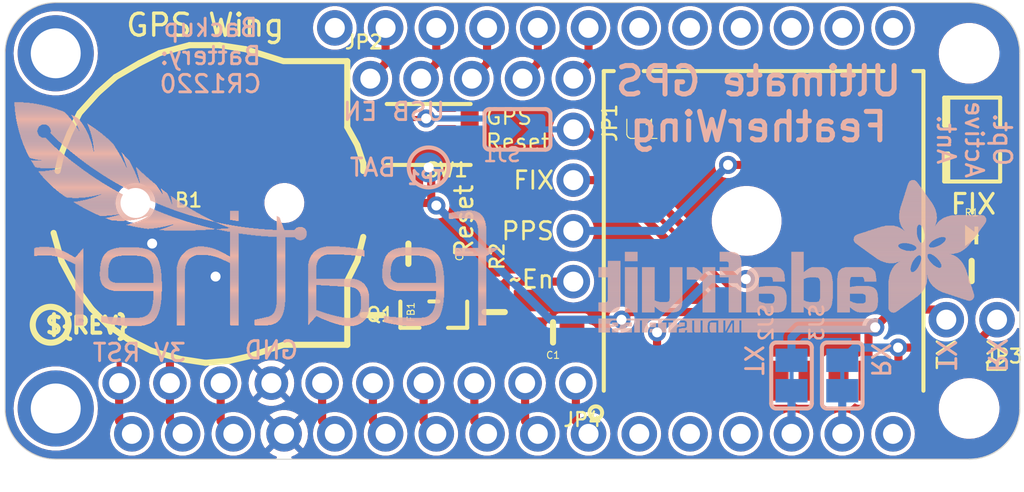
<source format=kicad_pcb>
(kicad_pcb (version 20221018) (generator pcbnew)
  (layers (0 "F.Cu" signal) (31 "B.Cu" signal) (34 "B.Paste" user) (35 "F.Paste" user) (36 "B.SilkS" user "B.Silkscreen") (37 "F.SilkS" user "F.Silkscreen") (38 "B.Mask" user) (39 "F.Mask" user) (44 "Edge.Cuts" user))
  (net 0 "")
  (net 1 "FIX")
  (net 2 "N$2")
  (net 3 "GND")
  (net 4 "3.3V")
  (net 5 "VBACKUP")
  (net 6 "GPS_TX")
  (net 7 "GPS_RX")
  (net 8 "N$4")
  (net 9 "1PPS")
  (net 10 "3V")
  (net 11 "N")
  (net 12 "M")
  (net 13 "L")
  (net 14 "F")
  (net 15 "E")
  (net 16 "D")
  (net 17 "C")
  (net 18 "B")
  (net 19 "A")
  (net 20 "GPS_RESET")
  (net 21 "RST")
  (net 22 "AREF")
  (net 23 "EN")
  (net 24 "USB")
  (net 25 "N$15")
  (net 26 "ENABLE")
  (net 27 "RX")
  (net 28 "TX")
  (net 29 "J")
  (net 30 "I")
  (net 31 "H")
  (net 32 "SCL")
  (net 33 "SDA")
  (net 34 "K")
  (net 35 "SCK")
  (net 36 "MOSI")
  (net 37 "MISO")
  (net 38 "G")
  (footprint "working:BTN_KMR2_4.6X2.8" (layer "F.Cu") (at 144.3101 100.1776 180)
    (fp_text reference "SW1" (at -2.032 -1.778) (layer "F.SilkS") (effects (font (size 0.692831 0.692831) (thickness 0.119969)) (justify right)))
    (fp_text value "KMR2")
    (pad "A" smd rect (at 2.05 -0.8 180) (size 0.9 0.9) (layers "F.Cu" "F.Paste" "F.Mask") (net 3 "GND"))
    (pad "A'" smd rect (at -2.05 -0.8 180) (size 0.9 0.9) (layers "F.Cu" "F.Paste" "F.Mask") (net 3 "GND"))
    (pad "B" smd rect (at 2.05 0.8 180) (size 0.9 0.9) (layers "F.Cu" "F.Paste" "F.Mask") (net 21 "RST"))
    (pad "B'" smd rect (at -2.05 0.8 180) (size 0.9 0.9) (layers "F.Cu" "F.Paste" "F.Mask") (net 21 "RST"))
  )
  (footprint "working:FIDUCIAL_1MM" (layer "F.Cu") (at 169.6061 115.3726)
    (fp_text reference "FID2" hide)
    (fp_text value "FIDUCIAL\"\"" hide)
    (pad "1" smd roundrect (at 0 0) (size 1 1) (layers "F.Cu" "F.Mask") (roundrect_rratio 0.5))
  )
  (footprint "working:1X10_ROUND" (layer "F.Cu") (at 140.2461 112.6236 180)
    (fp_text reference "JP4" (at -12.7762 -1.8288) (layer "F.SilkS") (effects (font (size 0.692831 0.692831) (thickness 0.119969)) (justify right)))
    (fp_text value "")
    (pad "1" thru_hole circle (at -11.43 0 270) (size 1.6764 1.6764) (drill 1) (layers "*.Cu" "*.Mask") (net 14 "F"))
    (pad "2" thru_hole circle (at -8.89 0 270) (size 1.6764 1.6764) (drill 1) (layers "*.Cu" "*.Mask") (net 15 "E"))
    (pad "3" thru_hole circle (at -6.35 0 270) (size 1.6764 1.6764) (drill 1) (layers "*.Cu" "*.Mask") (net 16 "D"))
    (pad "4" thru_hole circle (at -3.81 0 270) (size 1.6764 1.6764) (drill 1) (layers "*.Cu" "*.Mask") (net 17 "C"))
    (pad "5" thru_hole circle (at -1.27 0 270) (size 1.6764 1.6764) (drill 1) (layers "*.Cu" "*.Mask") (net 18 "B"))
    (pad "6" thru_hole circle (at 1.27 0 270) (size 1.6764 1.6764) (drill 1) (layers "*.Cu" "*.Mask") (net 19 "A"))
    (pad "7" thru_hole circle (at 3.81 0 270) (size 1.6764 1.6764) (drill 1) (layers "*.Cu" "*.Mask") (net 3 "GND"))
    (pad "8" thru_hole circle (at 6.35 0 270) (size 1.6764 1.6764) (drill 1) (layers "*.Cu" "*.Mask") (net 22 "AREF"))
    (pad "9" thru_hole circle (at 8.89 0 270) (size 1.6764 1.6764) (drill 1) (layers "*.Cu" "*.Mask") (net 10 "3V"))
    (pad "10" thru_hole circle (at 11.43 0 270) (size 1.6764 1.6764) (drill 1) (layers "*.Cu" "*.Mask") (net 21 "RST"))
  )
  (footprint "working:FEATHERWING" (layer "F.Cu") (at 123.1011 116.4336)
    (fp_text reference "MS1" hide)
    (fp_text value "FEATHERWING" hide)
    (fp_line (start 0 -20.32) (end 0 -2.54) (stroke (width 0.05)) (layer "Edge.Cuts"))
    (fp_line (start 2.54 0) (end 48.26 0) (stroke (width 0.05)) (layer "Edge.Cuts"))
    (fp_line (start 48.26 -22.86) (end 2.54 -22.86) (stroke (width 0.05)) (layer "Edge.Cuts"))
    (fp_line (start 50.8 -2.54) (end 50.8 -20.32) (stroke (width 0.05)) (layer "Edge.Cuts"))
    (fp_arc (start 0 -20.32) (mid 0.743949 -22.116051) (end 2.54 -22.86) (stroke (width 0.05)) (layer "Edge.Cuts"))
    (fp_arc (start 2.54 0) (mid 0.743949 -0.743949) (end 0 -2.54) (stroke (width 0.05)) (layer "Edge.Cuts"))
    (fp_arc (start 48.26 -22.86) (mid 50.056051 -22.116051) (end 50.8 -20.32) (stroke (width 0.05)) (layer "Edge.Cuts"))
    (fp_arc (start 50.8 -2.54) (mid 50.056051 -0.743949) (end 48.26 0) (stroke (width 0.05)) (layer "Edge.Cuts"))
    (pad "" np_thru_hole circle (at 48.26 -20.32) (size 2.54 2.54) (drill 2.54) (layers "*.Cu" "*.Mask"))
    (pad "" np_thru_hole circle (at 48.26 -2.54) (size 2.54 2.54) (drill 2.54) (layers "*.Cu" "*.Mask"))
    (pad "1" thru_hole circle (at 6.35 -1.27) (size 1.778 1.778) (drill 1) (layers "*.Cu" "*.Mask") (net 21 "RST"))
    (pad "2" thru_hole circle (at 8.89 -1.27) (size 1.778 1.778) (drill 1) (layers "*.Cu" "*.Mask") (net 10 "3V"))
    (pad "3" thru_hole circle (at 11.43 -1.27) (size 1.778 1.778) (drill 1) (layers "*.Cu" "*.Mask") (net 22 "AREF"))
    (pad "4" thru_hole circle (at 13.97 -1.27) (size 1.778 1.778) (drill 1) (layers "*.Cu" "*.Mask") (net 3 "GND"))
    (pad "5" thru_hole circle (at 16.51 -1.27) (size 1.778 1.778) (drill 1) (layers "*.Cu" "*.Mask") (net 19 "A"))
    (pad "6" thru_hole circle (at 19.05 -1.27) (size 1.778 1.778) (drill 1) (layers "*.Cu" "*.Mask") (net 18 "B"))
    (pad "7" thru_hole circle (at 21.59 -1.27) (size 1.778 1.778) (drill 1) (layers "*.Cu" "*.Mask") (net 17 "C"))
    (pad "8" thru_hole circle (at 24.13 -1.27) (size 1.778 1.778) (drill 1) (layers "*.Cu" "*.Mask") (net 16 "D"))
    (pad "9" thru_hole circle (at 26.67 -1.27) (size 1.778 1.778) (drill 1) (layers "*.Cu" "*.Mask") (net 15 "E"))
    (pad "10" thru_hole circle (at 29.21 -1.27) (size 1.778 1.778) (drill 1) (layers "*.Cu" "*.Mask") (net 14 "F"))
    (pad "11" thru_hole circle (at 31.75 -1.27) (size 1.778 1.778) (drill 1) (layers "*.Cu" "*.Mask") (net 35 "SCK"))
    (pad "12" thru_hole circle (at 34.29 -1.27) (size 1.778 1.778) (drill 1) (layers "*.Cu" "*.Mask") (net 36 "MOSI"))
    (pad "13" thru_hole circle (at 36.83 -1.27) (size 1.778 1.778) (drill 1) (layers "*.Cu" "*.Mask") (net 37 "MISO"))
    (pad "14" thru_hole circle (at 39.37 -1.27) (size 1.778 1.778) (drill 1) (layers "*.Cu" "*.Mask") (net 27 "RX"))
    (pad "15" thru_hole circle (at 41.91 -1.27) (size 1.778 1.778) (drill 1) (layers "*.Cu" "*.Mask") (net 28 "TX"))
    (pad "16" thru_hole circle (at 44.45 -1.27) (size 1.778 1.778) (drill 1) (layers "*.Cu" "*.Mask") (net 38 "G"))
    (pad "17" thru_hole circle (at 44.45 -21.59) (size 1.778 1.778) (drill 1) (layers "*.Cu" "*.Mask") (net 33 "SDA"))
    (pad "18" thru_hole circle (at 41.91 -21.59) (size 1.778 1.778) (drill 1) (layers "*.Cu" "*.Mask") (net 32 "SCL"))
    (pad "19" thru_hole circle (at 39.37 -21.59) (size 1.778 1.778) (drill 1) (layers "*.Cu" "*.Mask") (net 31 "H"))
    (pad "20" thru_hole circle (at 36.83 -21.59) (size 1.778 1.778) (drill 1) (layers "*.Cu" "*.Mask") (net 30 "I"))
    (pad "21" thru_hole circle (at 34.29 -21.59) (size 1.778 1.778) (drill 1) (layers "*.Cu" "*.Mask") (net 29 "J"))
    (pad "22" thru_hole circle (at 31.75 -21.59) (size 1.778 1.778) (drill 1) (layers "*.Cu" "*.Mask") (net 34 "K"))
    (pad "23" thru_hole circle (at 29.21 -21.59) (size 1.778 1.778) (drill 1) (layers "*.Cu" "*.Mask") (net 13 "L"))
    (pad "24" thru_hole circle (at 26.67 -21.59) (size 1.778 1.778) (drill 1) (layers "*.Cu" "*.Mask") (net 12 "M"))
    (pad "25" thru_hole circle (at 24.13 -21.59) (size 1.778 1.778) (drill 1) (layers "*.Cu" "*.Mask") (net 11 "N"))
    (pad "26" thru_hole circle (at 21.59 -21.59) (size 1.778 1.778) (drill 1) (layers "*.Cu" "*.Mask") (net 24 "USB"))
    (pad "27" thru_hole circle (at 19.05 -21.59) (size 1.778 1.778) (drill 1) (layers "*.Cu" "*.Mask") (net 23 "EN"))
    (pad "28" thru_hole circle (at 16.51 -21.59) (size 1.778 1.778) (drill 1) (layers "*.Cu" "*.Mask"))
    (pad "P$1" thru_hole circle (at 2.54 -20.32) (size 3.81 3.81) (drill 2.5) (layers "*.Cu" "*.Mask"))
    (pad "P$2" thru_hole circle (at 2.54 -2.54) (size 3.81 3.81) (drill 2.5) (layers "*.Cu" "*.Mask"))
  )
  (footprint "working:0805-NO" (layer "F.Cu") (at 143.2941 106.1466)
    (fp_text reference "C2" (at 2.564 0.405 90) (layer "F.SilkS") (effects (font (size 0.35308 0.35308) (thickness 0.05332)) (justify left)))
    (fp_text value "10uF")
    (pad "1" smd rect (at -0.95 0) (size 1.24 1.5) (layers "F.Cu" "F.Paste" "F.Mask") (net 4 "3.3V"))
    (pad "2" smd rect (at 0.95 0) (size 1.24 1.5) (layers "F.Cu" "F.Paste" "F.Mask") (net 3 "GND"))
  )
  (footprint "working:0805-NO" (layer "F.Cu") (at 171.4881 107.0116)
    (fp_text reference "R1" (at -0.381 -2.921) (layer "F.SilkS") (effects (font (size 0.35308 0.35308) (thickness 0.05332)) (justify left)))
    (fp_text value "470 ohm")
    (pad "1" smd rect (at -0.95 0) (size 1.24 1.5) (layers "F.Cu" "F.Paste" "F.Mask") (net 3 "GND"))
    (pad "2" smd rect (at 0.95 0) (size 1.24 1.5) (layers "F.Cu" "F.Paste" "F.Mask") (net 2 "N$2"))
  )
  (footprint "working:CR1220-2" (layer "F.Cu") (at 133.1341 103.6066)
    (fp_text reference "B1" (at -1.602 -0.14) (layer "F.SilkS") (effects (font (size 0.692831 0.692831) (thickness 0.119969)) (justify left)))
    (fp_text value "CR1220")
    (pad "" np_thru_hole circle (at -3.5 0) (size 1.5 1.5) (drill 1.5) (layers "*.Cu" "*.Mask"))
    (pad "" np_thru_hole circle (at 3.95 0) (size 1.5 1.5) (drill 1.5) (layers "*.Cu" "*.Mask"))
    (pad "+" smd rect (at 8.29 0) (size 4 2) (layers "F.Cu" "F.Paste" "F.Mask") (net 5 "VBACKUP"))
    (pad "-" smd rect (at -7.6 0) (size 4 2) (layers "F.Cu" "F.Paste" "F.Mask") (net 3 "GND"))
  )
  (footprint "working:CHIPLED_0805_NOOUTLINE" (layer "F.Cu") (at 171.4881 105.2336 -90)
    (fp_text reference "LED1" hide)
    (fp_text value "RED")
    (pad "A" smd rect (at 0 1.05 270) (size 1.2 1.2) (layers "F.Cu" "F.Paste" "F.Mask") (net 1 "FIX"))
    (pad "C" smd rect (at 0 -1.05 270) (size 1.2 1.2) (layers "F.Cu" "F.Paste" "F.Mask") (net 2 "N$2"))
  )
  (footprint "working:0805-NO" (layer "F.Cu") (at 141.5161 109.2186 90)
    (fp_text reference "FB1" (at -0.381 1.905 90) (layer "F.SilkS") (effects (font (size 0.35308 0.35308) (thickness 0.05332)) (justify left)))
    (fp_text value "Ferrite")
    (pad "1" smd rect (at -0.95 0 90) (size 1.24 1.5) (layers "F.Cu" "F.Paste" "F.Mask") (net 10 "3V"))
    (pad "2" smd rect (at 0.95 0 90) (size 1.24 1.5) (layers "F.Cu" "F.Paste" "F.Mask") (net 4 "3.3V"))
  )
  (footprint "working:SOT23-WIDE" (layer "F.Cu") (at 144.5641 109.1946 180)
    (fp_text reference "Q1" (at 1.905 0) (layer "F.SilkS") (effects (font (size 0.692831 0.692831) (thickness 0.119969)) (justify right)))
    (fp_text value "DMG3415U-7 ")
    (pad "1" smd rect (at -0.95 1 180) (size 1 1.2) (layers "F.Cu" "F.Paste" "F.Mask") (net 26 "ENABLE"))
    (pad "2" smd rect (at 0.95 1 180) (size 1 1.2) (layers "F.Cu" "F.Paste" "F.Mask") (net 4 "3.3V"))
    (pad "3" smd rect (at 0 -1 180) (size 1 1.2) (layers "F.Cu" "F.Paste" "F.Mask") (net 25 "N$15"))
  )
  (footprint "working:FGPMMOPA6H" (layer "F.Cu") (at 161.0741 105.0036 90)
    (fp_text reference "U1" (at 5.071 -7.111) (layer "F.SilkS") (effects (font (size 0.96268 0.96268) (thickness 0.05332)) (justify left)))
    (fp_text value "FGPMMOPA6H")
    (pad "" np_thru_hole circle (at 0.5 -0.85 90) (size 3 3) (drill 3) (layers "*.Cu" "*.Mask"))
    (pad "P$1" smd rect (at -7.5 -6.75 90) (size 2 1) (layers "F.Cu" "F.Paste" "F.Mask") (net 25 "N$15"))
    (pad "P$2" smd rect (at -7.5 -5.25 90) (size 2 1) (layers "F.Cu" "F.Paste" "F.Mask") (net 20 "GPS_RESET"))
    (pad "P$3" smd rect (at -7.5 -3.75 90) (size 2 1) (layers "F.Cu" "F.Paste" "F.Mask") (net 3 "GND"))
    (pad "P$4" smd rect (at -7.5 -2.25 90) (size 2 1) (layers "F.Cu" "F.Paste" "F.Mask") (net 5 "VBACKUP"))
    (pad "P$5" smd rect (at -7.5 -0.75 90) (size 2 1) (layers "F.Cu" "F.Paste" "F.Mask") (net 1 "FIX"))
    (pad "P$6" smd rect (at -7.5 0.75 90) (size 2 1) (layers "F.Cu" "F.Paste" "F.Mask"))
    (pad "P$7" smd rect (at -7.5 2.25 90) (size 2 1) (layers "F.Cu" "F.Paste" "F.Mask"))
    (pad "P$8" smd rect (at -7.5 3.75 90) (size 2 1) (layers "F.Cu" "F.Paste" "F.Mask") (net 3 "GND"))
    (pad "P$9" smd rect (at -7.5 5.25 90) (size 2 1) (layers "F.Cu" "F.Paste" "F.Mask") (net 6 "GPS_TX"))
    (pad "P$10" smd rect (at -7.5 6.75 90) (size 2 1) (layers "F.Cu" "F.Paste" "F.Mask") (net 7 "GPS_RX"))
    (pad "P$11" smd rect (at 7.5 6.75 270) (size 2 1) (layers "F.Cu" "F.Paste" "F.Mask") (net 8 "N$4"))
    (pad "P$12" smd rect (at 7.5 5.25 270) (size 2 1) (layers "F.Cu" "F.Paste" "F.Mask") (net 3 "GND"))
    (pad "P$13" smd rect (at 7.5 3.75 270) (size 2 1) (layers "F.Cu" "F.Paste" "F.Mask") (net 9 "1PPS"))
    (pad "P$14" smd rect (at 7.5 2.25 270) (size 2 1) (layers "F.Cu" "F.Paste" "F.Mask"))
    (pad "P$15" smd rect (at 7.5 0.75 270) (size 2 1) (layers "F.Cu" "F.Paste" "F.Mask"))
    (pad "P$16" smd rect (at 7.5 -0.75 270) (size 2 1) (layers "F.Cu" "F.Paste" "F.Mask"))
    (pad "P$17" smd rect (at 7.5 -2.25 270) (size 2 1) (layers "F.Cu" "F.Paste" "F.Mask"))
    (pad "P$18" smd rect (at 7.5 -3.75 270) (size 2 1) (layers "F.Cu" "F.Paste" "F.Mask"))
    (pad "P$19" smd rect (at 7.5 -5.25 270) (size 2 1) (layers "F.Cu" "F.Paste" "F.Mask") (net 3 "GND"))
    (pad "P$20" smd rect (at 7.5 -6.75 270) (size 2 1) (layers "F.Cu" "F.Paste" "F.Mask"))
  )
  (footprint "working:U.FL" (layer "F.Cu") (at 171.6151 100.4316 180)
    (fp_text reference "X1" hide)
    (fp_text value "uFL" hide)
    (pad "1" smd rect (at 0 -1.375 180) (size 2.2 1.05) (layers "F.Cu" "F.Paste" "F.Mask") (net 3 "GND"))
    (pad "2" smd rect (at 0 1.375 180) (size 2.2 1.05) (layers "F.Cu" "F.Paste" "F.Mask") (net 3 "GND"))
    (pad "3" smd rect (at 1.525 0 180) (size 0.8 1) (layers "F.Cu" "F.Paste" "F.Mask") (net 8 "N$4"))
    (zone (net 0) (net_name "") (layer "F.Cu") (connect_pads (clearance 0)) (min_thickness 0.25)
      (keepout (tracks not_allowed) (vias not_allowed) (pads not_allowed) (copperpour not_allowed) (footprints allowed))
      (fill (thermal_gap 0.5) (thermal_bridge_width 0.5))
      (polygon (pts (xy 172.5041 99.6061) (xy 170.7261 99.6061) (xy 170.7261 101.2571) (xy 172.5041 101.2571)))
    )
  )
  (footprint "working:PCBFEAT-REV-040" (layer "F.Cu") (at 125.3871 109.7026)
    (fp_text reference "U$9" hide)
    (fp_text value "" hide)
    (fp_text user "${REV}" (at -0.3556 0.508) (layer "F.SilkS") (effects (font (size 0.8128 0.8128) (thickness 0.2032)) (justify left bottom)))
  )
  (footprint "working:1X04_ROUND" (layer "F.Cu") (at 151.5491 103.7336 -90)
    (fp_text reference "JP1" (at -5.1562 -1.8288 90) (layer "F.SilkS") (effects (font (size 0.692831 0.692831) (thickness 0.119969)) (justify right)))
    (fp_text value "")
    (pad "1" thru_hole circle (at -3.81 0) (size 1.6764 1.6764) (drill 1) (layers "*.Cu" "*.Mask") (net 20 "GPS_RESET"))
    (pad "2" thru_hole circle (at -1.27 0) (size 1.6764 1.6764) (drill 1) (layers "*.Cu" "*.Mask") (net 1 "FIX"))
    (pad "3" thru_hole circle (at 1.27 0) (size 1.6764 1.6764) (drill 1) (layers "*.Cu" "*.Mask") (net 9 "1PPS"))
    (pad "4" thru_hole circle (at 3.81 0) (size 1.6764 1.6764) (drill 1) (layers "*.Cu" "*.Mask") (net 26 "ENABLE"))
  )
  (footprint "working:1X05_ROUND_70" (layer "F.Cu") (at 146.4691 97.3836)
    (fp_text reference "JP2" (at -6.4262 -1.8288) (layer "F.SilkS") (effects (font (size 0.692831 0.692831) (thickness 0.119969)) (justify left)))
    (fp_text value "")
    (pad "1" thru_hole circle (at -5.08 0 90) (size 1.778 1.778) (drill 1) (layers "*.Cu" "*.Mask") (net 23 "EN"))
    (pad "2" thru_hole circle (at -2.54 0 90) (size 1.778 1.778) (drill 1) (layers "*.Cu" "*.Mask") (net 24 "USB"))
    (pad "3" thru_hole circle (at 0 0 90) (size 1.778 1.778) (drill 1) (layers "*.Cu" "*.Mask") (net 11 "N"))
    (pad "4" thru_hole circle (at 2.54 0 90) (size 1.778 1.778) (drill 1) (layers "*.Cu" "*.Mask") (net 12 "M"))
    (pad "5" thru_hole circle (at 5.08 0 90) (size 1.778 1.778) (drill 1) (layers "*.Cu" "*.Mask") (net 13 "L"))
  )
  (footprint "working:0805-NO" (layer "F.Cu") (at 150.5331 110.0836 180)
    (fp_text reference "C1" (at -0.381 -1.143) (layer "F.SilkS") (effects (font (size 0.35308 0.35308) (thickness 0.05332)) (justify right)))
    (fp_text value "0.1uF")
    (pad "1" smd rect (at -0.95 0 180) (size 1.24 1.5) (layers "F.Cu" "F.Paste" "F.Mask") (net 25 "N$15"))
    (pad "2" smd rect (at 0.95 0 180) (size 1.24 1.5) (layers "F.Cu" "F.Paste" "F.Mask") (net 3 "GND"))
  )
  (footprint "working:0805-NO" (layer "F.Cu") (at 147.6121 109.0676 90)
    (fp_text reference "R2" (at 2.032 0.127 90) (layer "F.SilkS") (effects (font (size 0.692831 0.692831) (thickness 0.119969)) (justify left)))
    (fp_text value "100K")
    (pad "1" smd rect (at -0.95 0 90) (size 1.24 1.5) (layers "F.Cu" "F.Paste" "F.Mask") (net 3 "GND"))
    (pad "2" smd rect (at 0.95 0 90) (size 1.24 1.5) (layers "F.Cu" "F.Paste" "F.Mask") (net 26 "ENABLE"))
  )
  (footprint "working:1X02_ROUND" (layer "F.Cu") (at 171.4881 109.4486 180)
    (fp_text reference "JP3" (at -2.6162 -1.8288) (layer "F.SilkS") (effects (font (size 0.692831 0.692831) (thickness 0.119969)) (justify right)))
    (fp_text value "")
    (pad "1" thru_hole circle (at -1.27 0 270) (size 1.778 1.778) (drill 1) (layers "*.Cu" "*.Mask") (net 7 "GPS_RX"))
    (pad "2" thru_hole circle (at 1.27 0 270) (size 1.778 1.778) (drill 1) (layers "*.Cu" "*.Mask") (net 6 "GPS_TX"))
  )
  (footprint "working:FIDUCIAL_1MM" (layer "F.Cu") (at 124.7521 99.5426)
    (fp_text reference "FID1" hide)
    (fp_text value "FIDUCIAL\"\"" hide)
    (pad "1" smd roundrect (at 0 0) (size 1 1) (layers "F.Cu" "F.Mask") (roundrect_rratio 0.5))
  )
  (footprint "working:SOLDERJUMPER_CLOSEDWIRE" (layer "B.Cu") (at 162.4711 112.2426 -90)
    (fp_text reference "SJ2" (at -1.651 1.27 -270) (layer "B.SilkS") (effects (font (size 0.692831 0.692831) (thickness 0.119969)) (justify right mirror)))
    (fp_text value "")
    (pad "1" smd rect (at -0.762 0 270) (size 1.1684 1.6002) (layers "B.Cu" "B.Mask") (net 6 "GPS_TX"))
    (pad "2" smd rect (at 0.762 0 270) (size 1.1684 1.6002) (layers "B.Cu" "B.Mask") (net 27 "RX"))
    (pad "WIRE" smd rect (at 0 0 270) (size 0.635 0.2032) (layers "B.Cu" "B.Mask"))
  )
  (footprint "working:TESTPOINT_ROUND_1.5MM" (layer "B.Cu") (at 144.3101 101.8286 180)
    (fp_text reference "TP1" (at 1.143 -0.127) (layer "B.SilkS") (effects (font (size 0.666496 0.666496) (thickness 0.146304)) (justify right top mirror)))
    (fp_text value "")
    (pad "P$1" smd roundrect (at 0 0 180) (size 1.5 1.5) (layers "B.Cu" "B.Mask") (roundrect_rratio 0.5) (net 5 "VBACKUP"))
  )
  (footprint "working:SOLDERJUMPER_ARROW_NOPASTE" (layer "B.Cu") (at 148.7551 99.9236)
    (fp_text reference "SJ1" (at -1.778 1.27) (layer "B.SilkS") (effects (font (size 0.692831 0.692831) (thickness 0.119969)) (justify right mirror)))
    (fp_text value "")
    (fp_poly (pts (xy 0.201021 0) (xy -0.560979 -0.762) (xy -1.1684 -0.762) (xy -1.1684 0.762) (xy -0.560979 0.762)) (fill solid) (layer "B.Cu"))
    (fp_poly (pts (xy 1.1684 -0.762) (xy -0.186831 -0.762) (xy 0.548892 0) (xy -0.186831 0.762) (xy 1.1684 0.762)) (fill solid) (layer "B.Cu"))
    (pad "1" smd roundrect (at -1.016 0) (size 0.762 1.524) (layers "B.Cu") (net 21 "RST"))
    (pad "2" smd roundrect (at 1.016 0) (size 0.762 1.524) (layers "B.Cu") (net 20 "GPS_RESET"))
  )
  (footprint "working:SOLDERJUMPER_CLOSEDWIRE" (layer "B.Cu") (at 165.0111 112.2426 -90)
    (fp_text reference "SJ3" (at -1.651 1.27 -270) (layer "B.SilkS") (effects (font (size 0.692831 0.692831) (thickness 0.119969)) (justify right mirror)))
    (fp_text value "")
    (pad "1" smd rect (at -0.762 0 270) (size 1.1684 1.6002) (layers "B.Cu" "B.Mask") (net 7 "GPS_RX"))
    (pad "2" smd rect (at 0.762 0 270) (size 1.1684 1.6002) (layers "B.Cu" "B.Mask") (net 28 "TX"))
    (pad "WIRE" smd rect (at 0 0 270) (size 0.635 0.2032) (layers "B.Cu" "B.Mask"))
  )
  (footprint "working:ADAFRUIT_TEXT_20MM" (layer "B.Cu") (at 172.3771 110.0836 180)
    (fp_text reference "U$11" hide)
    (fp_text value "" hide)
  )
  (footprint "working:FEATHERLOGO" (layer "B.Cu") (at 147.8661 109.8296 180)
    (fp_text reference "U$10" hide)
    (fp_text value "" hide)
  )
  (gr_arc (start 171.3611 93.5736) (mid 173.157151 94.317549) (end 173.9011 96.1136) (stroke (width 0.05)) (layer "Edge.Cuts"))
  (gr_line (start 173.9011 96.1136) (end 173.9011 113.8936) (stroke (width 0.05)) (layer "Edge.Cuts"))
  (gr_arc (start 173.9011 113.8936) (mid 173.157151 115.689651) (end 171.3611 116.4336) (stroke (width 0.05)) (layer "Edge.Cuts"))
  (gr_text "BAT" (at 141.5161 101.8286) (layer "B.SilkS") (effects (font (size 0.87376 0.87376) (thickness 0.14224)) (justify mirror)))
  (gr_text "GND" (at 136.4361 110.9726) (layer "B.SilkS") (effects (font (size 0.87376 0.87376) (thickness 0.14224)) (justify mirror)))
  (gr_text "Ultimate GPS\nFeatherWing" (at 160.8201 98.6536) (layer "B.SilkS") (effects (font (size 1.42494 1.42494) (thickness 0.25146)) (justify mirror)))
  (gr_text "3V" (at 131.3561 111.0996) (layer "B.SilkS") (effects (font (size 0.87376 0.87376) (thickness 0.14224)) (justify mirror)))
  (gr_text "RST" (at 128.6891 111.0996) (layer "B.SilkS") (effects (font (size 0.87376 0.87376) (thickness 0.14224)) (justify mirror)))
  (gr_text "TX" (at 170.2181 111.2266 -90) (layer "B.SilkS") (effects (font (size 0.87376 0.87376) (thickness 0.14224)) (justify mirror)))
  (gr_text "EN" (at 140.8811 99.0346) (layer "B.SilkS") (effects (font (size 0.87376 0.87376) (thickness 0.14224)) (justify mirror)))
  (gr_text "Backup\nBattery:\nCR1220" (at 133.3881 96.2406) (layer "B.SilkS") (effects (font (size 0.87376 0.87376) (thickness 0.14224)) (justify mirror)))
  (gr_text "RX" (at 172.7581 111.2266 -90) (layer "B.SilkS") (effects (font (size 0.87376 0.87376) (thickness 0.14224)) (justify mirror)))
  (gr_text "Opt.\nActive\nAnt." (at 171.6151 100.4316 -90) (layer "B.SilkS") (effects (font (size 0.87376 0.87376) (thickness 0.14224)) (justify mirror)))
  (gr_text "RX" (at 166.9161 111.4806 -90) (layer "B.SilkS") (effects (font (size 0.87376 0.87376) (thickness 0.14224)) (justify mirror)))
  (gr_text "USB" (at 143.8021 99.0346) (layer "B.SilkS") (effects (font (size 0.87376 0.87376) (thickness 0.14224)) (justify mirror)))
  (gr_text "TX" (at 160.5661 111.4806 -90) (layer "B.SilkS") (effects (font (size 0.87376 0.87376) (thickness 0.14224)) (justify mirror)))
  (gr_text "FIX" (at 170.3451 104.2416) (layer "F.SilkS") (effects (font (size 0.98298 0.98298) (thickness 0.16002)) (justify left bottom)))
  (gr_text "GPS\nReset" (at 147.1041 99.9236) (layer "F.SilkS") (effects (font (size 0.78232 0.78232) (thickness 0.10668)) (justify left)))
  (gr_text "RX" (at 172.2501 110.3376 90) (layer "F.SilkS") (effects (font (size 0.89408 0.89408) (thickness 0.12192)) (justify right top)))
  (gr_text "TX" (at 169.7101 110.3376 90) (layer "F.SilkS") (effects (font (size 0.89408 0.89408) (thickness 0.12192)) (justify right top)))
  (gr_text "GPS Wing" (at 129.0701 95.3516) (layer "F.SilkS") (effects (font (size 1.1049 1.1049) (thickness 0.1651)) (justify left bottom)))
  (gr_text "~En" (at 150.6601 106.9086) (layer "F.SilkS") (effects (font (size 0.88392 0.88392) (thickness 0.13208)) (justify right top)))
  (gr_text "FIX" (at 150.6601 101.9556) (layer "F.SilkS") (effects (font (size 0.88392 0.88392) (thickness 0.13208)) (justify right top)))
  (gr_text "PPS" (at 150.6601 104.4956) (layer "F.SilkS") (effects (font (size 0.88392 0.88392) (thickness 0.13208)) (justify right top)))
  (gr_text "Reset" (at 146.5961 106.4006 90) (layer "F.SilkS") (effects (font (size 0.88392 0.88392) (thickness 0.13208)) (justify left bottom)))
  (segment (start 160.3241 112.5036) (end 160.3241 109.5636) (width 0.4064) (layer "F.Cu") (net 1))
  (segment (start 160.3241 109.5636) (end 153.2241 102.4636) (width 0.4064) (layer "F.Cu") (net 1))
  (segment (start 153.2241 102.4636) (end 151.5491 102.4636) (width 0.4064) (layer "F.Cu") (net 1))
  (segment (start 164.6541 105.2336) (end 170.4381 105.2336) (width 0.4064) (layer "F.Cu") (net 1))
  (segment (start 160.3241 109.5636) (end 164.6541 105.2336) (width 0.4064) (layer "F.Cu") (net 1))
  (segment (start 172.5381 105.2336) (end 172.4381 105.7146) (width 0.4064) (layer "F.Cu") (net 2))
  (segment (start 172.4381 105.7146) (end 172.4381 107.0116) (width 0.4064) (layer "F.Cu") (net 2))
  (via (at 130.4671 105.6386) (size 0.9064) (drill 0.5) (layers "F.Cu" "B.Cu") (net 3))
  (via (at 133.6421 107.2896) (size 0.9064) (drill 0.5) (layers "F.Cu" "B.Cu") (net 3))
  (segment (start 141.5161 108.2686) (end 141.5901 108.1946) (width 0.4064) (layer "F.Cu") (net 4))
  (segment (start 141.5901 108.1946) (end 143.6141 108.1946) (width 0.4064) (layer "F.Cu") (net 4))
  (segment (start 142.3441 106.1466) (end 141.5161 106.9746) (width 0.4064) (layer "F.Cu") (net 4))
  (segment (start 141.5161 106.9746) (end 141.5161 108.2686) (width 0.4064) (layer "F.Cu") (net 4))
  (segment (start 158.8241 109.8656) (end 158.8241 112.5036) (width 0.4064) (layer "F.Cu") (net 5))
  (segment (start 144.4371 103.6066) (end 144.5641 103.6066) (width 0.4064) (layer "F.Cu") (net 5))
  (segment (start 144.4371 101.9556) (end 144.3101 101.8286) (width 0.4064) (layer "F.Cu") (net 5))
  (segment (start 144.5641 103.6066) (end 144.6911 103.7336) (width 0.4064) (layer "F.Cu") (net 5))
  (segment (start 158.0261 109.0676) (end 158.8241 109.8656) (width 0.4064) (layer "F.Cu") (net 5))
  (segment (start 144.4371 103.6066) (end 144.4371 101.9556) (width 0.4064) (layer "F.Cu") (net 5))
  (segment (start 154.3431 109.0676) (end 158.0261 109.0676) (width 0.4064) (layer "F.Cu") (net 5))
  (segment (start 153.9621 109.4486) (end 154.3431 109.0676) (width 0.4064) (layer "F.Cu") (net 5))
  (segment (start 141.4241 103.6066) (end 144.4371 103.6066) (width 0.4064) (layer "F.Cu") (net 5))
  (via (at 153.9621 109.4486) (size 0.9064) (drill 0.5) (layers "F.Cu" "B.Cu") (net 5))
  (via (at 144.6911 103.7336) (size 0.9064) (drill 0.5) (layers "F.Cu" "B.Cu") (net 5))
  (via (at 144.3101 101.8286) (size 0.9064) (drill 0.5) (layers "F.Cu" "B.Cu") (net 5))
  (segment (start 150.4061 109.4486) (end 153.9621 109.4486) (width 0.4064) (layer "B.Cu") (net 5))
  (segment (start 144.6911 103.7336) (end 150.4061 109.4486) (width 0.4064) (layer "B.Cu") (net 5))
  (segment (start 167.5511 108.9406) (end 166.7256 109.7661) (width 0.4064) (layer "F.Cu") (net 6))
  (segment (start 169.7101 108.9406) (end 167.5511 108.9406) (width 0.4064) (layer "F.Cu") (net 6))
  (segment (start 166.3241 110.1676) (end 166.3241 112.5036) (width 0.4064) (layer "F.Cu") (net 6))
  (segment (start 166.6621 109.8296) (end 166.7256 109.7661) (width 0.4064) (layer "F.Cu") (net 6))
  (segment (start 170.2181 109.4486) (end 169.7101 108.9406) (width 0.4064) (layer "F.Cu") (net 6))
  (segment (start 166.6621 109.8296) (end 166.3241 110.1676) (width 0.4064) (layer "F.Cu") (net 6))
  (via (at 166.6621 109.8296) (size 0.9064) (drill 0.5) (layers "F.Cu" "B.Cu") (net 6))
  (segment (start 162.4711 110.3376) (end 162.8521 109.9566) (width 0.4064) (layer "B.Cu") (net 6))
  (segment (start 162.4711 111.4806) (end 162.4711 110.3376) (width 0.4064) (layer "B.Cu") (net 6))
  (segment (start 162.8521 109.9566) (end 166.5351 109.9566) (width 0.4064) (layer "B.Cu") (net 6))
  (segment (start 166.5351 109.9566) (end 166.6621 109.8296) (width 0.4064) (layer "B.Cu") (net 6))
  (segment (start 171.4881 110.8456) (end 167.8051 110.8456) (width 0.4064) (layer "F.Cu") (net 7))
  (segment (start 167.8051 110.8456) (end 167.8241 111.3346) (width 0.4064) (layer "F.Cu") (net 7))
  (segment (start 167.8241 111.3346) (end 167.8241 112.5036) (width 0.4064) (layer "F.Cu") (net 7))
  (segment (start 172.7581 109.5756) (end 172.7581 109.4486) (width 0.4064) (layer "F.Cu") (net 7))
  (segment (start 172.7581 109.5756) (end 171.4881 110.8456) (width 0.4064) (layer "F.Cu") (net 7))
  (via (at 167.8051 110.8456) (size 0.9064) (drill 0.5) (layers "F.Cu" "B.Cu") (net 7))
  (segment (start 165.0111 111.4806) (end 165.6461 110.8456) (width 0.4064) (layer "B.Cu") (net 7))
  (segment (start 165.6461 110.8456) (end 167.8051 110.8456) (width 0.4064) (layer "B.Cu") (net 7))
  (segment (start 169.190051 100.291061) (end 169.48233 100.380736) (width 0.8128) (layer "F.Cu") (net 8))
  (segment (start 167.863946 98.722719) (end 167.946525 99.017082) (width 0.8128) (layer "F.Cu") (net 8))
  (segment (start 168.913508 100.160703) (end 169.190051 100.291061) (width 0.8128) (layer "F.Cu") (net 8))
  (segment (start 168.658333 99.992316) (end 168.913508 100.160703) (width 0.8128) (layer "F.Cu") (net 8))
  (segment (start 167.8241 97.5036) (end 167.8241 98.4196) (width 0.8128) (layer "F.Cu") (net 8))
  (segment (start 169.48233 100.380736) (end 169.784396 100.427902) (width 0.8128) (layer "F.Cu") (net 8))
  (segment (start 168.429719 99.789327) (end 168.658333 99.992316) (width 0.8128) (layer "F.Cu") (net 8))
  (segment (start 168.23232 99.55587) (end 168.429719 99.789327) (width 0.8128) (layer "F.Cu") (net 8))
  (segment (start 167.8241 98.4196) (end 167.8241 98.4196) (width 0.8128) (layer "F.Cu") (net 8))
  (segment (start 167.946525 99.017082) (end 168.070155 99.296696) (width 0.8128) (layer "F.Cu") (net 8))
  (segment (start 168.070155 99.296696) (end 168.23232 99.55587) (width 0.8128) (layer "F.Cu") (net 8))
  (segment (start 169.784396 100.427902) (end 170.0901 100.4316) (width 0.8128) (layer "F.Cu") (net 8))
  (segment (start 167.8241 98.4196) (end 167.863946 98.722719) (width 0.8128) (layer "F.Cu") (net 8))
  (segment (start 162.3441 101.7016) (end 164.8841 99.1616) (width 0.4064) (layer "F.Cu") (net 9))
  (segment (start 164.8841 99.1616) (end 164.8841 97.5636) (width 0.4064) (layer "F.Cu") (net 9))
  (segment (start 164.8841 97.5636) (end 164.8241 97.5036) (width 0.4064) (layer "F.Cu") (net 9))
  (segment (start 159.2961 101.7016) (end 162.3441 101.7016) (width 0.4064) (layer "F.Cu") (net 9))
  (via (at 159.2961 101.7016) (size 0.9064) (drill 0.5) (layers "F.Cu" "B.Cu") (net 9))
  (segment (start 151.5491 105.0036) (end 155.9941 105.0036) (width 0.4064) (layer "B.Cu") (net 9))
  (segment (start 155.9941 105.0036) (end 159.2961 101.7016) (width 0.4064) (layer "B.Cu") (net 9))
  (segment (start 131.3561 112.6236) (end 131.3561 114.5286) (width 0.4064) (layer "F.Cu") (net 10))
  (segment (start 131.3561 112.6236) (end 131.3561 111.3536) (width 0.4064) (layer "F.Cu") (net 10))
  (segment (start 131.3561 114.5286) (end 131.9911 115.1636) (width 0.4064) (layer "F.Cu") (net 10))
  (segment (start 141.4741 110.2106) (end 141.5161 110.1686) (width 0.4064) (layer "F.Cu") (net 10))
  (segment (start 131.3561 111.3536) (end 132.4991 110.2106) (width 0.4064) (layer "F.Cu") (net 10))
  (segment (start 132.4991 110.2106) (end 141.4741 110.2106) (width 0.4064) (layer "F.Cu") (net 10))
  (segment (start 147.2311 94.8436) (end 147.2311 96.6216) (width 0.4064) (layer "F.Cu") (net 11))
  (segment (start 147.2311 96.6216) (end 146.4691 97.3836) (width 0.4064) (layer "F.Cu") (net 11))
  (segment (start 149.7711 94.8436) (end 149.7711 96.6216) (width 0.4064) (layer "F.Cu") (net 12))
  (segment (start 149.7711 96.6216) (end 149.0091 97.3836) (width 0.4064) (layer "F.Cu") (net 12))
  (segment (start 152.3111 96.6216) (end 151.5491 97.3836) (width 0.4064) (layer "F.Cu") (net 13))
  (segment (start 152.3111 94.8436) (end 152.3111 96.6216) (width 0.4064) (layer "F.Cu") (net 13))
  (segment (start 151.6761 114.5286) (end 152.3111 115.1636) (width 0.4064) (layer "F.Cu") (net 14))
  (segment (start 151.6761 112.6236) (end 151.6761 114.5286) (width 0.4064) (layer "F.Cu") (net 14))
  (segment (start 149.1361 114.5286) (end 149.7711 115.1636) (width 0.4064) (layer "F.Cu") (net 15))
  (segment (start 149.1361 112.6236) (end 149.1361 114.5286) (width 0.4064) (layer "F.Cu") (net 15))
  (segment (start 146.5961 112.6236) (end 146.5961 114.5286) (width 0.4064) (layer "F.Cu") (net 16))
  (segment (start 146.5961 114.5286) (end 147.2311 115.1636) (width 0.4064) (layer "F.Cu") (net 16))
  (segment (start 144.0561 114.5286) (end 144.6911 115.1636) (width 0.4064) (layer "F.Cu") (net 17))
  (segment (start 144.0561 112.6236) (end 144.0561 114.5286) (width 0.4064) (layer "F.Cu") (net 17))
  (segment (start 141.5161 114.5286) (end 142.1511 115.1636) (width 0.4064) (layer "F.Cu") (net 18))
  (segment (start 141.5161 112.6236) (end 141.5161 114.5286) (width 0.4064) (layer "F.Cu") (net 18))
  (segment (start 138.9761 114.5286) (end 139.6111 115.1636) (width 0.4064) (layer "F.Cu") (net 19))
  (segment (start 138.9761 112.6236) (end 138.9761 114.5286) (width 0.4064) (layer "F.Cu") (net 19))
  (segment (start 152.1841 99.9236) (end 159.6771 107.4166) (width 0.4064) (layer "F.Cu") (net 20))
  (segment (start 159.6771 107.4166) (end 160.1851 107.4166) (width 0.4064) (layer "F.Cu") (net 20))
  (segment (start 155.7401 110.0836) (end 155.7401 112.4196) (width 0.4064) (layer "F.Cu") (net 20))
  (segment (start 155.7401 112.4196) (end 155.8241 112.5036) (width 0.4064) (layer "F.Cu") (net 20))
  (segment (start 151.5491 99.9236) (end 152.1841 99.9236) (width 0.4064) (layer "F.Cu") (net 20))
  (via (at 160.1851 107.4166) (size 0.9064) (drill 0.5) (layers "F.Cu" "B.Cu") (net 20))
  (via (at 155.7401 110.0836) (size 0.9064) (drill 0.5) (layers "F.Cu" "B.Cu") (net 20))
  (segment (start 160.1851 107.4166) (end 158.4071 107.4166) (width 0.4064) (layer "B.Cu") (net 20))
  (segment (start 158.4071 107.4166) (end 155.7401 110.0836) (width 0.4064) (layer "B.Cu") (net 20))
  (segment (start 151.5491 99.9236) (end 149.7711 99.9236) (width 0.3048) (layer "B.Cu") (net 20))
  (segment (start 144.0561 99.3776) (end 142.2601 99.3776) (width 0.254) (layer "F.Cu") (net 21))
  (segment (start 128.8161 109.1946) (end 138.5951 99.4156) (width 0.254) (layer "F.Cu") (net 21))
  (segment (start 128.8161 114.5286) (end 129.4511 115.1636) (width 0.4064) (layer "F.Cu") (net 21))
  (segment (start 144.1831 99.3776) (end 144.0561 99.3776) (width 0.3048) (layer "F.Cu") (net 21))
  (segment (start 128.8161 112.6236) (end 128.8161 114.5286) (width 0.4064) (layer "F.Cu") (net 21))
  (segment (start 146.3601 99.3776) (end 144.1831 99.3776) (width 0.254) (layer "F.Cu") (net 21))
  (segment (start 138.5951 99.4156) (end 142.2221 99.4156) (width 0.254) (layer "F.Cu") (net 21))
  (segment (start 128.8161 112.6236) (end 128.8161 109.1946) (width 0.254) (layer "F.Cu") (net 21))
  (segment (start 142.2221 99.4156) (end 142.2601 99.3776) (width 0.254) (layer "F.Cu") (net 21))
  (via (at 144.1831 99.3776) (size 0.9064) (drill 0.5) (layers "F.Cu" "B.Cu") (net 21))
  (segment (start 147.7391 99.9236) (end 147.1931 99.3776) (width 0.3048) (layer "B.Cu") (net 21))
  (segment (start 147.1931 99.3776) (end 144.1831 99.3776) (width 0.3048) (layer "B.Cu") (net 21))
  (segment (start 133.8961 114.5286) (end 134.5311 115.1636) (width 0.4064) (layer "F.Cu") (net 22))
  (segment (start 133.8961 112.6236) (end 133.8961 114.5286) (width 0.4064) (layer "F.Cu") (net 22))
  (segment (start 142.1511 94.8436) (end 142.1511 96.6216) (width 0.4064) (layer "F.Cu") (net 23))
  (segment (start 142.1511 96.6216) (end 141.3891 97.3836) (width 0.4064) (layer "F.Cu") (net 23))
  (segment (start 144.6911 96.6216) (end 143.9291 97.3836) (width 0.4064) (layer "F.Cu") (net 24))
  (segment (start 144.6911 94.8436) (end 144.6911 96.6216) (width 0.4064) (layer "F.Cu") (net 24))
  (segment (start 154.2161 111.9886) (end 152.3111 110.0836) (width 0.4064) (layer "F.Cu") (net 25))
  (segment (start 144.5641 110.1946) (end 145.7231 111.3536) (width 0.4064) (layer "F.Cu") (net 25))
  (segment (start 154.2161 112.3956) (end 154.3241 112.5036) (width 0.4064) (layer "F.Cu") (net 25))
  (segment (start 154.2161 111.9886) (end 154.2161 112.3956) (width 0.4064) (layer "F.Cu") (net 25))
  (segment (start 150.9141 111.3536) (end 151.4831 110.7846) (width 0.4064) (layer "F.Cu") (net 25))
  (segment (start 152.3111 110.0836) (end 151.4831 110.0836) (width 0.4064) (layer "F.Cu") (net 25))
  (segment (start 145.7231 111.3536) (end 150.9141 111.3536) (width 0.4064) (layer "F.Cu") (net 25))
  (segment (start 151.4831 110.7846) (end 151.4831 110.0836) (width 0.4064) (layer "F.Cu") (net 25))
  (segment (start 147.6121 108.1176) (end 148.1861 107.5436) (width 0.4064) (layer "F.Cu") (net 26))
  (segment (start 145.5141 108.1946) (end 145.5911 108.1176) (width 0.4064) (layer "F.Cu") (net 26))
  (segment (start 148.1861 107.5436) (end 151.5491 107.5436) (width 0.4064) (layer "F.Cu") (net 26))
  (segment (start 145.5911 108.1176) (end 147.6121 108.1176) (width 0.4064) (layer "F.Cu") (net 26))
  (segment (start 162.4711 113.0046) (end 162.4711 115.1636) (width 0.4064) (layer "B.Cu") (net 27))
  (segment (start 165.0111 113.0046) (end 165.0111 115.1636) (width 0.4064) (layer "B.Cu") (net 28))
  (zone (net 3) (net_name "GND") (layer "F.Cu") (priority 6) (connect_pads (clearance 0.000001)) (min_thickness 0.127) (fill yes (thermal_gap 0.304) (thermal_bridge_width 0.304))
    (polygon (pts (xy 174.0281 116.5606) (xy 122.9741 116.5606) (xy 122.9741 93.4466) (xy 174.0281 93.4466)))
  )
  (zone (net 3) (net_name "GND") (layer "B.Cu") (priority 6) (connect_pads (clearance 0.000001)) (min_thickness 0.127) (fill yes (thermal_gap 0.304) (thermal_bridge_width 0.304))
    (polygon (pts (xy 174.0281 116.5606) (xy 122.9741 116.5606) (xy 122.9741 93.4466) (xy 174.0281 93.4466)))
  )
)
</source>
